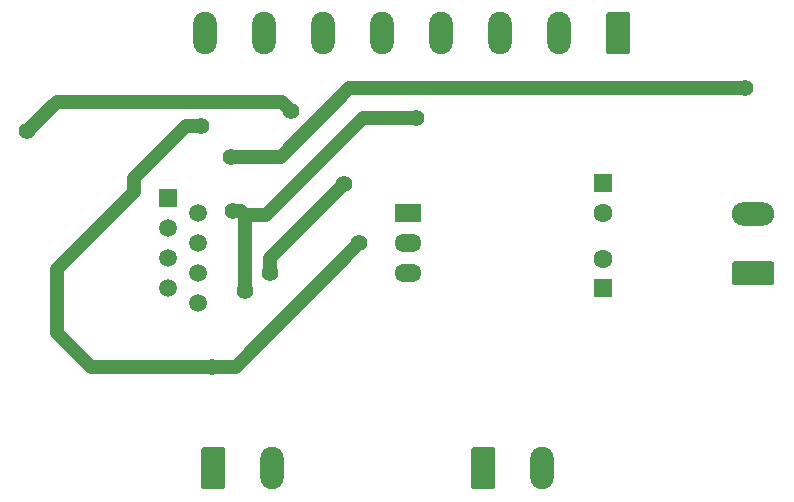
<source format=gbr>
G04 #@! TF.GenerationSoftware,KiCad,Pcbnew,5.0.2*
G04 #@! TF.CreationDate,2019-03-04T19:39:24-06:00*
G04 #@! TF.ProjectId,gate board,67617465-2062-46f6-9172-642e6b696361,rev?*
G04 #@! TF.SameCoordinates,Original*
G04 #@! TF.FileFunction,Copper,L1,Top*
G04 #@! TF.FilePolarity,Positive*
%FSLAX46Y46*%
G04 Gerber Fmt 4.6, Leading zero omitted, Abs format (unit mm)*
G04 Created by KiCad (PCBNEW 5.0.2) date Mon 04 Mar 2019 19:39:24 CST*
%MOMM*%
%LPD*%
G01*
G04 APERTURE LIST*
G04 #@! TA.AperFunction,ComponentPad*
%ADD10C,1.600000*%
G04 #@! TD*
G04 #@! TA.AperFunction,ComponentPad*
%ADD11R,1.600000X1.600000*%
G04 #@! TD*
G04 #@! TA.AperFunction,ComponentPad*
%ADD12O,2.000000X3.600000*%
G04 #@! TD*
G04 #@! TA.AperFunction,Conductor*
%ADD13C,0.100000*%
G04 #@! TD*
G04 #@! TA.AperFunction,ComponentPad*
%ADD14C,2.000000*%
G04 #@! TD*
G04 #@! TA.AperFunction,ComponentPad*
%ADD15O,3.600000X2.000000*%
G04 #@! TD*
G04 #@! TA.AperFunction,ComponentPad*
%ADD16C,1.500000*%
G04 #@! TD*
G04 #@! TA.AperFunction,ComponentPad*
%ADD17R,1.500000X1.500000*%
G04 #@! TD*
G04 #@! TA.AperFunction,ComponentPad*
%ADD18O,2.300000X1.500000*%
G04 #@! TD*
G04 #@! TA.AperFunction,ComponentPad*
%ADD19R,2.300000X1.500000*%
G04 #@! TD*
G04 #@! TA.AperFunction,ViaPad*
%ADD20C,1.400000*%
G04 #@! TD*
G04 #@! TA.AperFunction,Conductor*
%ADD21C,1.200000*%
G04 #@! TD*
G04 APERTURE END LIST*
D10*
G04 #@! TO.P,C2,2*
G04 #@! TO.N,GND*
X67310000Y-36870000D03*
D11*
G04 #@! TO.P,C2,1*
G04 #@! TO.N,+5V*
X67310000Y-39370000D03*
G04 #@! TD*
D10*
G04 #@! TO.P,C1,2*
G04 #@! TO.N,GND*
X67310000Y-32980000D03*
D11*
G04 #@! TO.P,C1,1*
G04 #@! TO.N,+12V*
X67310000Y-30480000D03*
G04 #@! TD*
D12*
G04 #@! TO.P,J4,2*
G04 #@! TO.N,+12V*
X39290000Y-54610000D03*
D13*
G04 #@! TD*
G04 #@! TO.N,/start_light*
G04 #@! TO.C,J4*
G36*
X35064504Y-52811204D02*
X35088773Y-52814804D01*
X35112571Y-52820765D01*
X35135671Y-52829030D01*
X35157849Y-52839520D01*
X35178893Y-52852133D01*
X35198598Y-52866747D01*
X35216777Y-52883223D01*
X35233253Y-52901402D01*
X35247867Y-52921107D01*
X35260480Y-52942151D01*
X35270970Y-52964329D01*
X35279235Y-52987429D01*
X35285196Y-53011227D01*
X35288796Y-53035496D01*
X35290000Y-53060000D01*
X35290000Y-56160000D01*
X35288796Y-56184504D01*
X35285196Y-56208773D01*
X35279235Y-56232571D01*
X35270970Y-56255671D01*
X35260480Y-56277849D01*
X35247867Y-56298893D01*
X35233253Y-56318598D01*
X35216777Y-56336777D01*
X35198598Y-56353253D01*
X35178893Y-56367867D01*
X35157849Y-56380480D01*
X35135671Y-56390970D01*
X35112571Y-56399235D01*
X35088773Y-56405196D01*
X35064504Y-56408796D01*
X35040000Y-56410000D01*
X33540000Y-56410000D01*
X33515496Y-56408796D01*
X33491227Y-56405196D01*
X33467429Y-56399235D01*
X33444329Y-56390970D01*
X33422151Y-56380480D01*
X33401107Y-56367867D01*
X33381402Y-56353253D01*
X33363223Y-56336777D01*
X33346747Y-56318598D01*
X33332133Y-56298893D01*
X33319520Y-56277849D01*
X33309030Y-56255671D01*
X33300765Y-56232571D01*
X33294804Y-56208773D01*
X33291204Y-56184504D01*
X33290000Y-56160000D01*
X33290000Y-53060000D01*
X33291204Y-53035496D01*
X33294804Y-53011227D01*
X33300765Y-52987429D01*
X33309030Y-52964329D01*
X33319520Y-52942151D01*
X33332133Y-52921107D01*
X33346747Y-52901402D01*
X33363223Y-52883223D01*
X33381402Y-52866747D01*
X33401107Y-52852133D01*
X33422151Y-52839520D01*
X33444329Y-52829030D01*
X33467429Y-52820765D01*
X33491227Y-52814804D01*
X33515496Y-52811204D01*
X33540000Y-52810000D01*
X35040000Y-52810000D01*
X35064504Y-52811204D01*
X35064504Y-52811204D01*
G37*
D14*
G04 #@! TO.P,J4,1*
G04 #@! TO.N,/start_light*
X34290000Y-54610000D03*
G04 #@! TD*
D15*
G04 #@! TO.P,J3,2*
G04 #@! TO.N,/beam_detect*
X80010000Y-33100000D03*
D13*
G04 #@! TD*
G04 #@! TO.N,+5V*
G04 #@! TO.C,J3*
G36*
X81584504Y-37101204D02*
X81608773Y-37104804D01*
X81632571Y-37110765D01*
X81655671Y-37119030D01*
X81677849Y-37129520D01*
X81698893Y-37142133D01*
X81718598Y-37156747D01*
X81736777Y-37173223D01*
X81753253Y-37191402D01*
X81767867Y-37211107D01*
X81780480Y-37232151D01*
X81790970Y-37254329D01*
X81799235Y-37277429D01*
X81805196Y-37301227D01*
X81808796Y-37325496D01*
X81810000Y-37350000D01*
X81810000Y-38850000D01*
X81808796Y-38874504D01*
X81805196Y-38898773D01*
X81799235Y-38922571D01*
X81790970Y-38945671D01*
X81780480Y-38967849D01*
X81767867Y-38988893D01*
X81753253Y-39008598D01*
X81736777Y-39026777D01*
X81718598Y-39043253D01*
X81698893Y-39057867D01*
X81677849Y-39070480D01*
X81655671Y-39080970D01*
X81632571Y-39089235D01*
X81608773Y-39095196D01*
X81584504Y-39098796D01*
X81560000Y-39100000D01*
X78460000Y-39100000D01*
X78435496Y-39098796D01*
X78411227Y-39095196D01*
X78387429Y-39089235D01*
X78364329Y-39080970D01*
X78342151Y-39070480D01*
X78321107Y-39057867D01*
X78301402Y-39043253D01*
X78283223Y-39026777D01*
X78266747Y-39008598D01*
X78252133Y-38988893D01*
X78239520Y-38967849D01*
X78229030Y-38945671D01*
X78220765Y-38922571D01*
X78214804Y-38898773D01*
X78211204Y-38874504D01*
X78210000Y-38850000D01*
X78210000Y-37350000D01*
X78211204Y-37325496D01*
X78214804Y-37301227D01*
X78220765Y-37277429D01*
X78229030Y-37254329D01*
X78239520Y-37232151D01*
X78252133Y-37211107D01*
X78266747Y-37191402D01*
X78283223Y-37173223D01*
X78301402Y-37156747D01*
X78321107Y-37142133D01*
X78342151Y-37129520D01*
X78364329Y-37119030D01*
X78387429Y-37110765D01*
X78411227Y-37104804D01*
X78435496Y-37101204D01*
X78460000Y-37100000D01*
X81560000Y-37100000D01*
X81584504Y-37101204D01*
X81584504Y-37101204D01*
G37*
D14*
G04 #@! TO.P,J3,1*
G04 #@! TO.N,+5V*
X80010000Y-38100000D03*
G04 #@! TD*
D12*
G04 #@! TO.P,J2,2*
G04 #@! TO.N,+12V*
X62150000Y-54610000D03*
D13*
G04 #@! TD*
G04 #@! TO.N,/beam_excite*
G04 #@! TO.C,J2*
G36*
X57924504Y-52811204D02*
X57948773Y-52814804D01*
X57972571Y-52820765D01*
X57995671Y-52829030D01*
X58017849Y-52839520D01*
X58038893Y-52852133D01*
X58058598Y-52866747D01*
X58076777Y-52883223D01*
X58093253Y-52901402D01*
X58107867Y-52921107D01*
X58120480Y-52942151D01*
X58130970Y-52964329D01*
X58139235Y-52987429D01*
X58145196Y-53011227D01*
X58148796Y-53035496D01*
X58150000Y-53060000D01*
X58150000Y-56160000D01*
X58148796Y-56184504D01*
X58145196Y-56208773D01*
X58139235Y-56232571D01*
X58130970Y-56255671D01*
X58120480Y-56277849D01*
X58107867Y-56298893D01*
X58093253Y-56318598D01*
X58076777Y-56336777D01*
X58058598Y-56353253D01*
X58038893Y-56367867D01*
X58017849Y-56380480D01*
X57995671Y-56390970D01*
X57972571Y-56399235D01*
X57948773Y-56405196D01*
X57924504Y-56408796D01*
X57900000Y-56410000D01*
X56400000Y-56410000D01*
X56375496Y-56408796D01*
X56351227Y-56405196D01*
X56327429Y-56399235D01*
X56304329Y-56390970D01*
X56282151Y-56380480D01*
X56261107Y-56367867D01*
X56241402Y-56353253D01*
X56223223Y-56336777D01*
X56206747Y-56318598D01*
X56192133Y-56298893D01*
X56179520Y-56277849D01*
X56169030Y-56255671D01*
X56160765Y-56232571D01*
X56154804Y-56208773D01*
X56151204Y-56184504D01*
X56150000Y-56160000D01*
X56150000Y-53060000D01*
X56151204Y-53035496D01*
X56154804Y-53011227D01*
X56160765Y-52987429D01*
X56169030Y-52964329D01*
X56179520Y-52942151D01*
X56192133Y-52921107D01*
X56206747Y-52901402D01*
X56223223Y-52883223D01*
X56241402Y-52866747D01*
X56261107Y-52852133D01*
X56282151Y-52839520D01*
X56304329Y-52829030D01*
X56327429Y-52820765D01*
X56351227Y-52814804D01*
X56375496Y-52811204D01*
X56400000Y-52810000D01*
X57900000Y-52810000D01*
X57924504Y-52811204D01*
X57924504Y-52811204D01*
G37*
D14*
G04 #@! TO.P,J2,1*
G04 #@! TO.N,/beam_excite*
X57150000Y-54610000D03*
G04 #@! TD*
D12*
G04 #@! TO.P,J5,8*
G04 #@! TO.N,GND*
X33580000Y-17780000D03*
G04 #@! TO.P,J5,7*
G04 #@! TO.N,Net-(J5-Pad7)*
X38580000Y-17780000D03*
G04 #@! TO.P,J5,6*
G04 #@! TO.N,/CLK*
X43580000Y-17780000D03*
G04 #@! TO.P,J5,5*
G04 #@! TO.N,/SERA*
X48580000Y-17780000D03*
G04 #@! TO.P,J5,4*
G04 #@! TO.N,/chipsel*
X53580000Y-17780000D03*
G04 #@! TO.P,J5,3*
G04 #@! TO.N,/start_light*
X58580000Y-17780000D03*
G04 #@! TO.P,J5,2*
G04 #@! TO.N,+5V*
X63580000Y-17780000D03*
D13*
G04 #@! TD*
G04 #@! TO.N,+12V*
G04 #@! TO.C,J5*
G36*
X69354504Y-15981204D02*
X69378773Y-15984804D01*
X69402571Y-15990765D01*
X69425671Y-15999030D01*
X69447849Y-16009520D01*
X69468893Y-16022133D01*
X69488598Y-16036747D01*
X69506777Y-16053223D01*
X69523253Y-16071402D01*
X69537867Y-16091107D01*
X69550480Y-16112151D01*
X69560970Y-16134329D01*
X69569235Y-16157429D01*
X69575196Y-16181227D01*
X69578796Y-16205496D01*
X69580000Y-16230000D01*
X69580000Y-19330000D01*
X69578796Y-19354504D01*
X69575196Y-19378773D01*
X69569235Y-19402571D01*
X69560970Y-19425671D01*
X69550480Y-19447849D01*
X69537867Y-19468893D01*
X69523253Y-19488598D01*
X69506777Y-19506777D01*
X69488598Y-19523253D01*
X69468893Y-19537867D01*
X69447849Y-19550480D01*
X69425671Y-19560970D01*
X69402571Y-19569235D01*
X69378773Y-19575196D01*
X69354504Y-19578796D01*
X69330000Y-19580000D01*
X67830000Y-19580000D01*
X67805496Y-19578796D01*
X67781227Y-19575196D01*
X67757429Y-19569235D01*
X67734329Y-19560970D01*
X67712151Y-19550480D01*
X67691107Y-19537867D01*
X67671402Y-19523253D01*
X67653223Y-19506777D01*
X67636747Y-19488598D01*
X67622133Y-19468893D01*
X67609520Y-19447849D01*
X67599030Y-19425671D01*
X67590765Y-19402571D01*
X67584804Y-19378773D01*
X67581204Y-19354504D01*
X67580000Y-19330000D01*
X67580000Y-16230000D01*
X67581204Y-16205496D01*
X67584804Y-16181227D01*
X67590765Y-16157429D01*
X67599030Y-16134329D01*
X67609520Y-16112151D01*
X67622133Y-16091107D01*
X67636747Y-16071402D01*
X67653223Y-16053223D01*
X67671402Y-16036747D01*
X67691107Y-16022133D01*
X67712151Y-16009520D01*
X67734329Y-15999030D01*
X67757429Y-15990765D01*
X67781227Y-15984804D01*
X67805496Y-15981204D01*
X67830000Y-15980000D01*
X69330000Y-15980000D01*
X69354504Y-15981204D01*
X69354504Y-15981204D01*
G37*
D14*
G04 #@! TO.P,J5,1*
G04 #@! TO.N,+12V*
X68580000Y-17780000D03*
G04 #@! TD*
D16*
G04 #@! TO.P,J1,8*
G04 #@! TO.N,GND*
X33020000Y-40640000D03*
G04 #@! TO.P,J1,7*
G04 #@! TO.N,/CLK*
X30480000Y-39370000D03*
G04 #@! TO.P,J1,6*
G04 #@! TO.N,/SERA*
X33020000Y-38100000D03*
G04 #@! TO.P,J1,5*
G04 #@! TO.N,/chipsel*
X30480000Y-36830000D03*
G04 #@! TO.P,J1,4*
G04 #@! TO.N,/beam_excite*
X33020000Y-35560000D03*
G04 #@! TO.P,J1,3*
G04 #@! TO.N,/beam_detect*
X30480000Y-34290000D03*
G04 #@! TO.P,J1,2*
G04 #@! TO.N,/start_light*
X33020000Y-33020000D03*
D17*
G04 #@! TO.P,J1,1*
G04 #@! TO.N,+12V*
X30480000Y-31750000D03*
G04 #@! TD*
D18*
G04 #@! TO.P,U1,3*
G04 #@! TO.N,+5V*
X50800000Y-38100000D03*
G04 #@! TO.P,U1,2*
G04 #@! TO.N,GND*
X50800000Y-35560000D03*
D19*
G04 #@! TO.P,U1,1*
G04 #@! TO.N,+12V*
X50800000Y-33020000D03*
G04 #@! TD*
D20*
G04 #@! TO.N,GND*
X33237200Y-25674900D03*
X34155500Y-46038600D03*
X46667100Y-35557300D03*
G04 #@! TO.N,/start_light*
X51436000Y-24924000D03*
X36995700Y-39643200D03*
X35978300Y-32822200D03*
G04 #@! TO.N,/beam_detect*
X79311600Y-22461300D03*
X35790800Y-28255200D03*
G04 #@! TO.N,/SERA*
X39113200Y-38111700D03*
X45383000Y-30587300D03*
G04 #@! TO.N,/CLK*
X40915200Y-24386400D03*
X18542200Y-26075600D03*
G04 #@! TD*
D21*
G04 #@! TO.N,GND*
X34155500Y-46038600D02*
X23988000Y-46038600D01*
X23988000Y-46038600D02*
X21081100Y-43131700D01*
X21081100Y-43131700D02*
X21081100Y-37772100D01*
X21081100Y-37772100D02*
X27587200Y-31266000D01*
X27587200Y-31266000D02*
X27587200Y-30083300D01*
X27587200Y-30083300D02*
X31995600Y-25674900D01*
X31995600Y-25674900D02*
X33237200Y-25674900D01*
X46667100Y-35557300D02*
X36185800Y-46038600D01*
X36185800Y-46038600D02*
X34155500Y-46038600D01*
G04 #@! TO.N,/start_light*
X36995700Y-33136600D02*
X38726200Y-33136600D01*
X38726200Y-33136600D02*
X46938800Y-24924000D01*
X46938800Y-24924000D02*
X51436000Y-24924000D01*
X36995700Y-33136600D02*
X36995700Y-39643200D01*
X35978300Y-32822200D02*
X36681300Y-32822200D01*
X36681300Y-32822200D02*
X36995700Y-33136600D01*
G04 #@! TO.N,/beam_detect*
X35790800Y-28255200D02*
X40016600Y-28255200D01*
X40016600Y-28255200D02*
X45810500Y-22461300D01*
X45810500Y-22461300D02*
X79311600Y-22461300D01*
G04 #@! TO.N,/SERA*
X45383000Y-30587300D02*
X39113300Y-36857000D01*
X39113300Y-36857000D02*
X39113300Y-38111700D01*
X39113300Y-38111700D02*
X39113200Y-38111700D01*
G04 #@! TO.N,/CLK*
X18542200Y-26075600D02*
X21045300Y-23572500D01*
X21045300Y-23572500D02*
X40101300Y-23572500D01*
X40101300Y-23572500D02*
X40915200Y-24386400D01*
G04 #@! TD*
M02*

</source>
